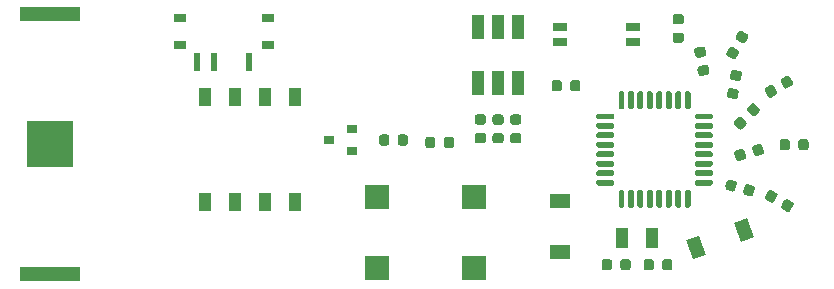
<source format=gbr>
%TF.GenerationSoftware,KiCad,Pcbnew,(5.99.0-1734-g575ad7128)*%
%TF.CreationDate,2020-06-02T15:09:08-04:00*%
%TF.ProjectId,DG376_KiCad,44473337-365f-44b6-9943-61642e6b6963,rev?*%
%TF.SameCoordinates,Original*%
%TF.FileFunction,Paste,Top*%
%TF.FilePolarity,Positive*%
%FSLAX46Y46*%
G04 Gerber Fmt 4.6, Leading zero omitted, Abs format (unit mm)*
G04 Created by KiCad (PCBNEW (5.99.0-1734-g575ad7128)) date 2020-06-02 15:09:08*
%MOMM*%
%LPD*%
G01*
G04 APERTURE LIST*
%ADD10R,1.100000X1.500000*%
%ADD11R,1.250000X0.760000*%
%ADD12R,1.000000X1.800000*%
%ADD13R,1.700000X1.150000*%
%ADD14R,2.000000X2.000000*%
%ADD15R,0.600000X1.500000*%
%ADD16R,1.000000X0.700000*%
%ADD17R,0.900000X0.800000*%
%ADD18R,1.100000X2.000000*%
%ADD19R,4.000000X4.000000*%
%ADD20R,5.080000X1.150000*%
G04 APERTURE END LIST*
D10*
%TO.C,SW3*%
X101060000Y-56050000D03*
X98520000Y-56050000D03*
X95980000Y-56050000D03*
X93440000Y-56050000D03*
X101060000Y-64950000D03*
X98520000Y-64950000D03*
X95980000Y-64950000D03*
X93440000Y-64950000D03*
%TD*%
D11*
%TO.C,SW7*%
X129675000Y-51435000D03*
X129675000Y-50165000D03*
X123525000Y-51435000D03*
X123525000Y-50165000D03*
%TD*%
%TO.C,R7*%
G36*
G01*
X138563134Y-54699815D02*
X138058419Y-54610820D01*
G75*
G02*
X137880978Y-54357407I37986J215427D01*
G01*
X137956950Y-53926554D01*
G75*
G02*
X138210363Y-53749113I215427J-37986D01*
G01*
X138715077Y-53838108D01*
G75*
G02*
X138892518Y-54091521I-37986J-215427D01*
G01*
X138816546Y-54522374D01*
G75*
G02*
X138563133Y-54699815I-215427J37986D01*
G01*
G37*
G36*
G01*
X138289638Y-56250887D02*
X137784923Y-56161892D01*
G75*
G02*
X137607482Y-55908479I37986J215427D01*
G01*
X137683454Y-55477626D01*
G75*
G02*
X137936867Y-55300185I215427J-37986D01*
G01*
X138441581Y-55389180D01*
G75*
G02*
X138619022Y-55642593I-37986J-215427D01*
G01*
X138543050Y-56073446D01*
G75*
G02*
X138289637Y-56250887I-215427J37986D01*
G01*
G37*
%TD*%
%TO.C,R6*%
G36*
G01*
X139735531Y-57626861D02*
X139373138Y-57264469D01*
G75*
G02*
X139373138Y-56955109I154680J154680D01*
G01*
X139682497Y-56645750D01*
G75*
G02*
X139991857Y-56645750I154680J-154680D01*
G01*
X140354250Y-57008143D01*
G75*
G02*
X140354250Y-57317503I-154680J-154680D01*
G01*
X140044891Y-57626862D01*
G75*
G02*
X139735531Y-57626862I-154680J154680D01*
G01*
G37*
G36*
G01*
X138621837Y-58740555D02*
X138259444Y-58378163D01*
G75*
G02*
X138259444Y-58068803I154680J154680D01*
G01*
X138568803Y-57759444D01*
G75*
G02*
X138878163Y-57759444I154680J-154680D01*
G01*
X139240556Y-58121837D01*
G75*
G02*
X139240556Y-58431197I-154680J-154680D01*
G01*
X138931197Y-58740556D01*
G75*
G02*
X138621837Y-58740556I-154680J154680D01*
G01*
G37*
%TD*%
%TO.C,R4*%
G36*
G01*
X139904397Y-60906932D02*
X139771752Y-60411895D01*
G75*
G02*
X139926431Y-60143982I211296J56617D01*
G01*
X140349024Y-60030749D01*
G75*
G02*
X140616937Y-60185428I56617J-211296D01*
G01*
X140749582Y-60680465D01*
G75*
G02*
X140594903Y-60948378I-211296J-56617D01*
G01*
X140172310Y-61061611D01*
G75*
G02*
X139904397Y-60906932I-56617J211296D01*
G01*
G37*
G36*
G01*
X138383063Y-61314572D02*
X138250418Y-60819535D01*
G75*
G02*
X138405097Y-60551622I211296J56617D01*
G01*
X138827690Y-60438389D01*
G75*
G02*
X139095603Y-60593068I56617J-211296D01*
G01*
X139228248Y-61088105D01*
G75*
G02*
X139073569Y-61356018I-211296J-56617D01*
G01*
X138650976Y-61469251D01*
G75*
G02*
X138383063Y-61314572I-56617J211296D01*
G01*
G37*
%TD*%
%TO.C,R3*%
G36*
G01*
X139021752Y-64088105D02*
X139154397Y-63593068D01*
G75*
G02*
X139422310Y-63438389I211296J-56617D01*
G01*
X139844903Y-63551622D01*
G75*
G02*
X139999582Y-63819535I-56617J-211296D01*
G01*
X139866937Y-64314572D01*
G75*
G02*
X139599024Y-64469251I-211296J56617D01*
G01*
X139176431Y-64356018D01*
G75*
G02*
X139021752Y-64088105I56617J211296D01*
G01*
G37*
G36*
G01*
X137500418Y-63680465D02*
X137633063Y-63185428D01*
G75*
G02*
X137900976Y-63030749I211296J-56617D01*
G01*
X138323569Y-63143982D01*
G75*
G02*
X138478248Y-63411895I-56617J-211296D01*
G01*
X138345603Y-63906932D01*
G75*
G02*
X138077690Y-64061611I-211296J56617D01*
G01*
X137655097Y-63948378D01*
G75*
G02*
X137500418Y-63680465I56617J211296D01*
G01*
G37*
%TD*%
%TO.C,C3*%
G36*
G01*
X124350000Y-55356250D02*
X124350000Y-54843750D01*
G75*
G02*
X124568750Y-54625000I218750J0D01*
G01*
X125006250Y-54625000D01*
G75*
G02*
X125225000Y-54843750I0J-218750D01*
G01*
X125225000Y-55356250D01*
G75*
G02*
X125006250Y-55575000I-218750J0D01*
G01*
X124568750Y-55575000D01*
G75*
G02*
X124350000Y-55356250I0J218750D01*
G01*
G37*
G36*
G01*
X122775000Y-55356250D02*
X122775000Y-54843750D01*
G75*
G02*
X122993750Y-54625000I218750J0D01*
G01*
X123431250Y-54625000D01*
G75*
G02*
X123650000Y-54843750I0J-218750D01*
G01*
X123650000Y-55356250D01*
G75*
G02*
X123431250Y-55575000I-218750J0D01*
G01*
X122993750Y-55575000D01*
G75*
G02*
X122775000Y-55356250I0J218750D01*
G01*
G37*
%TD*%
D12*
%TO.C,Y1*%
X128750000Y-68000000D03*
X131250000Y-68000000D03*
%TD*%
%TO.C,U1*%
G36*
G01*
X127950000Y-63550000D02*
X126700000Y-63550000D01*
G75*
G02*
X126575000Y-63425000I0J125000D01*
G01*
X126575000Y-63175000D01*
G75*
G02*
X126700000Y-63050000I125000J0D01*
G01*
X127950000Y-63050000D01*
G75*
G02*
X128075000Y-63175000I0J-125000D01*
G01*
X128075000Y-63425000D01*
G75*
G02*
X127950000Y-63550000I-125000J0D01*
G01*
G37*
G36*
G01*
X127950000Y-62750000D02*
X126700000Y-62750000D01*
G75*
G02*
X126575000Y-62625000I0J125000D01*
G01*
X126575000Y-62375000D01*
G75*
G02*
X126700000Y-62250000I125000J0D01*
G01*
X127950000Y-62250000D01*
G75*
G02*
X128075000Y-62375000I0J-125000D01*
G01*
X128075000Y-62625000D01*
G75*
G02*
X127950000Y-62750000I-125000J0D01*
G01*
G37*
G36*
G01*
X127950000Y-61950000D02*
X126700000Y-61950000D01*
G75*
G02*
X126575000Y-61825000I0J125000D01*
G01*
X126575000Y-61575000D01*
G75*
G02*
X126700000Y-61450000I125000J0D01*
G01*
X127950000Y-61450000D01*
G75*
G02*
X128075000Y-61575000I0J-125000D01*
G01*
X128075000Y-61825000D01*
G75*
G02*
X127950000Y-61950000I-125000J0D01*
G01*
G37*
G36*
G01*
X127950000Y-61150000D02*
X126700000Y-61150000D01*
G75*
G02*
X126575000Y-61025000I0J125000D01*
G01*
X126575000Y-60775000D01*
G75*
G02*
X126700000Y-60650000I125000J0D01*
G01*
X127950000Y-60650000D01*
G75*
G02*
X128075000Y-60775000I0J-125000D01*
G01*
X128075000Y-61025000D01*
G75*
G02*
X127950000Y-61150000I-125000J0D01*
G01*
G37*
G36*
G01*
X127950000Y-60350000D02*
X126700000Y-60350000D01*
G75*
G02*
X126575000Y-60225000I0J125000D01*
G01*
X126575000Y-59975000D01*
G75*
G02*
X126700000Y-59850000I125000J0D01*
G01*
X127950000Y-59850000D01*
G75*
G02*
X128075000Y-59975000I0J-125000D01*
G01*
X128075000Y-60225000D01*
G75*
G02*
X127950000Y-60350000I-125000J0D01*
G01*
G37*
G36*
G01*
X127950000Y-59550000D02*
X126700000Y-59550000D01*
G75*
G02*
X126575000Y-59425000I0J125000D01*
G01*
X126575000Y-59175000D01*
G75*
G02*
X126700000Y-59050000I125000J0D01*
G01*
X127950000Y-59050000D01*
G75*
G02*
X128075000Y-59175000I0J-125000D01*
G01*
X128075000Y-59425000D01*
G75*
G02*
X127950000Y-59550000I-125000J0D01*
G01*
G37*
G36*
G01*
X127950000Y-58750000D02*
X126700000Y-58750000D01*
G75*
G02*
X126575000Y-58625000I0J125000D01*
G01*
X126575000Y-58375000D01*
G75*
G02*
X126700000Y-58250000I125000J0D01*
G01*
X127950000Y-58250000D01*
G75*
G02*
X128075000Y-58375000I0J-125000D01*
G01*
X128075000Y-58625000D01*
G75*
G02*
X127950000Y-58750000I-125000J0D01*
G01*
G37*
G36*
G01*
X127950000Y-57950000D02*
X126700000Y-57950000D01*
G75*
G02*
X126575000Y-57825000I0J125000D01*
G01*
X126575000Y-57575000D01*
G75*
G02*
X126700000Y-57450000I125000J0D01*
G01*
X127950000Y-57450000D01*
G75*
G02*
X128075000Y-57575000I0J-125000D01*
G01*
X128075000Y-57825000D01*
G75*
G02*
X127950000Y-57950000I-125000J0D01*
G01*
G37*
G36*
G01*
X128825000Y-57075000D02*
X128575000Y-57075000D01*
G75*
G02*
X128450000Y-56950000I0J125000D01*
G01*
X128450000Y-55700000D01*
G75*
G02*
X128575000Y-55575000I125000J0D01*
G01*
X128825000Y-55575000D01*
G75*
G02*
X128950000Y-55700000I0J-125000D01*
G01*
X128950000Y-56950000D01*
G75*
G02*
X128825000Y-57075000I-125000J0D01*
G01*
G37*
G36*
G01*
X129625000Y-57075000D02*
X129375000Y-57075000D01*
G75*
G02*
X129250000Y-56950000I0J125000D01*
G01*
X129250000Y-55700000D01*
G75*
G02*
X129375000Y-55575000I125000J0D01*
G01*
X129625000Y-55575000D01*
G75*
G02*
X129750000Y-55700000I0J-125000D01*
G01*
X129750000Y-56950000D01*
G75*
G02*
X129625000Y-57075000I-125000J0D01*
G01*
G37*
G36*
G01*
X130425000Y-57075000D02*
X130175000Y-57075000D01*
G75*
G02*
X130050000Y-56950000I0J125000D01*
G01*
X130050000Y-55700000D01*
G75*
G02*
X130175000Y-55575000I125000J0D01*
G01*
X130425000Y-55575000D01*
G75*
G02*
X130550000Y-55700000I0J-125000D01*
G01*
X130550000Y-56950000D01*
G75*
G02*
X130425000Y-57075000I-125000J0D01*
G01*
G37*
G36*
G01*
X131225000Y-57075000D02*
X130975000Y-57075000D01*
G75*
G02*
X130850000Y-56950000I0J125000D01*
G01*
X130850000Y-55700000D01*
G75*
G02*
X130975000Y-55575000I125000J0D01*
G01*
X131225000Y-55575000D01*
G75*
G02*
X131350000Y-55700000I0J-125000D01*
G01*
X131350000Y-56950000D01*
G75*
G02*
X131225000Y-57075000I-125000J0D01*
G01*
G37*
G36*
G01*
X132025000Y-57075000D02*
X131775000Y-57075000D01*
G75*
G02*
X131650000Y-56950000I0J125000D01*
G01*
X131650000Y-55700000D01*
G75*
G02*
X131775000Y-55575000I125000J0D01*
G01*
X132025000Y-55575000D01*
G75*
G02*
X132150000Y-55700000I0J-125000D01*
G01*
X132150000Y-56950000D01*
G75*
G02*
X132025000Y-57075000I-125000J0D01*
G01*
G37*
G36*
G01*
X132825000Y-57075000D02*
X132575000Y-57075000D01*
G75*
G02*
X132450000Y-56950000I0J125000D01*
G01*
X132450000Y-55700000D01*
G75*
G02*
X132575000Y-55575000I125000J0D01*
G01*
X132825000Y-55575000D01*
G75*
G02*
X132950000Y-55700000I0J-125000D01*
G01*
X132950000Y-56950000D01*
G75*
G02*
X132825000Y-57075000I-125000J0D01*
G01*
G37*
G36*
G01*
X133625000Y-57075000D02*
X133375000Y-57075000D01*
G75*
G02*
X133250000Y-56950000I0J125000D01*
G01*
X133250000Y-55700000D01*
G75*
G02*
X133375000Y-55575000I125000J0D01*
G01*
X133625000Y-55575000D01*
G75*
G02*
X133750000Y-55700000I0J-125000D01*
G01*
X133750000Y-56950000D01*
G75*
G02*
X133625000Y-57075000I-125000J0D01*
G01*
G37*
G36*
G01*
X134425000Y-57075000D02*
X134175000Y-57075000D01*
G75*
G02*
X134050000Y-56950000I0J125000D01*
G01*
X134050000Y-55700000D01*
G75*
G02*
X134175000Y-55575000I125000J0D01*
G01*
X134425000Y-55575000D01*
G75*
G02*
X134550000Y-55700000I0J-125000D01*
G01*
X134550000Y-56950000D01*
G75*
G02*
X134425000Y-57075000I-125000J0D01*
G01*
G37*
G36*
G01*
X136300000Y-57950000D02*
X135050000Y-57950000D01*
G75*
G02*
X134925000Y-57825000I0J125000D01*
G01*
X134925000Y-57575000D01*
G75*
G02*
X135050000Y-57450000I125000J0D01*
G01*
X136300000Y-57450000D01*
G75*
G02*
X136425000Y-57575000I0J-125000D01*
G01*
X136425000Y-57825000D01*
G75*
G02*
X136300000Y-57950000I-125000J0D01*
G01*
G37*
G36*
G01*
X136300000Y-58750000D02*
X135050000Y-58750000D01*
G75*
G02*
X134925000Y-58625000I0J125000D01*
G01*
X134925000Y-58375000D01*
G75*
G02*
X135050000Y-58250000I125000J0D01*
G01*
X136300000Y-58250000D01*
G75*
G02*
X136425000Y-58375000I0J-125000D01*
G01*
X136425000Y-58625000D01*
G75*
G02*
X136300000Y-58750000I-125000J0D01*
G01*
G37*
G36*
G01*
X136300000Y-59550000D02*
X135050000Y-59550000D01*
G75*
G02*
X134925000Y-59425000I0J125000D01*
G01*
X134925000Y-59175000D01*
G75*
G02*
X135050000Y-59050000I125000J0D01*
G01*
X136300000Y-59050000D01*
G75*
G02*
X136425000Y-59175000I0J-125000D01*
G01*
X136425000Y-59425000D01*
G75*
G02*
X136300000Y-59550000I-125000J0D01*
G01*
G37*
G36*
G01*
X136300000Y-60350000D02*
X135050000Y-60350000D01*
G75*
G02*
X134925000Y-60225000I0J125000D01*
G01*
X134925000Y-59975000D01*
G75*
G02*
X135050000Y-59850000I125000J0D01*
G01*
X136300000Y-59850000D01*
G75*
G02*
X136425000Y-59975000I0J-125000D01*
G01*
X136425000Y-60225000D01*
G75*
G02*
X136300000Y-60350000I-125000J0D01*
G01*
G37*
G36*
G01*
X136300000Y-61150000D02*
X135050000Y-61150000D01*
G75*
G02*
X134925000Y-61025000I0J125000D01*
G01*
X134925000Y-60775000D01*
G75*
G02*
X135050000Y-60650000I125000J0D01*
G01*
X136300000Y-60650000D01*
G75*
G02*
X136425000Y-60775000I0J-125000D01*
G01*
X136425000Y-61025000D01*
G75*
G02*
X136300000Y-61150000I-125000J0D01*
G01*
G37*
G36*
G01*
X136300000Y-61950000D02*
X135050000Y-61950000D01*
G75*
G02*
X134925000Y-61825000I0J125000D01*
G01*
X134925000Y-61575000D01*
G75*
G02*
X135050000Y-61450000I125000J0D01*
G01*
X136300000Y-61450000D01*
G75*
G02*
X136425000Y-61575000I0J-125000D01*
G01*
X136425000Y-61825000D01*
G75*
G02*
X136300000Y-61950000I-125000J0D01*
G01*
G37*
G36*
G01*
X136300000Y-62750000D02*
X135050000Y-62750000D01*
G75*
G02*
X134925000Y-62625000I0J125000D01*
G01*
X134925000Y-62375000D01*
G75*
G02*
X135050000Y-62250000I125000J0D01*
G01*
X136300000Y-62250000D01*
G75*
G02*
X136425000Y-62375000I0J-125000D01*
G01*
X136425000Y-62625000D01*
G75*
G02*
X136300000Y-62750000I-125000J0D01*
G01*
G37*
G36*
G01*
X136300000Y-63550000D02*
X135050000Y-63550000D01*
G75*
G02*
X134925000Y-63425000I0J125000D01*
G01*
X134925000Y-63175000D01*
G75*
G02*
X135050000Y-63050000I125000J0D01*
G01*
X136300000Y-63050000D01*
G75*
G02*
X136425000Y-63175000I0J-125000D01*
G01*
X136425000Y-63425000D01*
G75*
G02*
X136300000Y-63550000I-125000J0D01*
G01*
G37*
G36*
G01*
X134425000Y-65425000D02*
X134175000Y-65425000D01*
G75*
G02*
X134050000Y-65300000I0J125000D01*
G01*
X134050000Y-64050000D01*
G75*
G02*
X134175000Y-63925000I125000J0D01*
G01*
X134425000Y-63925000D01*
G75*
G02*
X134550000Y-64050000I0J-125000D01*
G01*
X134550000Y-65300000D01*
G75*
G02*
X134425000Y-65425000I-125000J0D01*
G01*
G37*
G36*
G01*
X133625000Y-65425000D02*
X133375000Y-65425000D01*
G75*
G02*
X133250000Y-65300000I0J125000D01*
G01*
X133250000Y-64050000D01*
G75*
G02*
X133375000Y-63925000I125000J0D01*
G01*
X133625000Y-63925000D01*
G75*
G02*
X133750000Y-64050000I0J-125000D01*
G01*
X133750000Y-65300000D01*
G75*
G02*
X133625000Y-65425000I-125000J0D01*
G01*
G37*
G36*
G01*
X132825000Y-65425000D02*
X132575000Y-65425000D01*
G75*
G02*
X132450000Y-65300000I0J125000D01*
G01*
X132450000Y-64050000D01*
G75*
G02*
X132575000Y-63925000I125000J0D01*
G01*
X132825000Y-63925000D01*
G75*
G02*
X132950000Y-64050000I0J-125000D01*
G01*
X132950000Y-65300000D01*
G75*
G02*
X132825000Y-65425000I-125000J0D01*
G01*
G37*
G36*
G01*
X132025000Y-65425000D02*
X131775000Y-65425000D01*
G75*
G02*
X131650000Y-65300000I0J125000D01*
G01*
X131650000Y-64050000D01*
G75*
G02*
X131775000Y-63925000I125000J0D01*
G01*
X132025000Y-63925000D01*
G75*
G02*
X132150000Y-64050000I0J-125000D01*
G01*
X132150000Y-65300000D01*
G75*
G02*
X132025000Y-65425000I-125000J0D01*
G01*
G37*
G36*
G01*
X131225000Y-65425000D02*
X130975000Y-65425000D01*
G75*
G02*
X130850000Y-65300000I0J125000D01*
G01*
X130850000Y-64050000D01*
G75*
G02*
X130975000Y-63925000I125000J0D01*
G01*
X131225000Y-63925000D01*
G75*
G02*
X131350000Y-64050000I0J-125000D01*
G01*
X131350000Y-65300000D01*
G75*
G02*
X131225000Y-65425000I-125000J0D01*
G01*
G37*
G36*
G01*
X130425000Y-65425000D02*
X130175000Y-65425000D01*
G75*
G02*
X130050000Y-65300000I0J125000D01*
G01*
X130050000Y-64050000D01*
G75*
G02*
X130175000Y-63925000I125000J0D01*
G01*
X130425000Y-63925000D01*
G75*
G02*
X130550000Y-64050000I0J-125000D01*
G01*
X130550000Y-65300000D01*
G75*
G02*
X130425000Y-65425000I-125000J0D01*
G01*
G37*
G36*
G01*
X129625000Y-65425000D02*
X129375000Y-65425000D01*
G75*
G02*
X129250000Y-65300000I0J125000D01*
G01*
X129250000Y-64050000D01*
G75*
G02*
X129375000Y-63925000I125000J0D01*
G01*
X129625000Y-63925000D01*
G75*
G02*
X129750000Y-64050000I0J-125000D01*
G01*
X129750000Y-65300000D01*
G75*
G02*
X129625000Y-65425000I-125000J0D01*
G01*
G37*
G36*
G01*
X128825000Y-65425000D02*
X128575000Y-65425000D01*
G75*
G02*
X128450000Y-65300000I0J125000D01*
G01*
X128450000Y-64050000D01*
G75*
G02*
X128575000Y-63925000I125000J0D01*
G01*
X128825000Y-63925000D01*
G75*
G02*
X128950000Y-64050000I0J-125000D01*
G01*
X128950000Y-65300000D01*
G75*
G02*
X128825000Y-65425000I-125000J0D01*
G01*
G37*
%TD*%
D13*
%TO.C,SW6*%
X123500000Y-69175000D03*
X123500000Y-64825000D03*
%TD*%
%TO.C,SW5*%
G36*
X135249606Y-67804600D02*
G01*
X135831040Y-69402077D01*
X134750394Y-69795400D01*
X134168960Y-68197923D01*
X135249606Y-67804600D01*
G37*
G36*
X139337268Y-66316812D02*
G01*
X139918702Y-67914289D01*
X138838056Y-68307612D01*
X138256622Y-66710135D01*
X139337268Y-66316812D01*
G37*
%TD*%
D14*
%TO.C,SW4*%
X116250000Y-64500000D03*
X116250000Y-70500000D03*
%TD*%
%TO.C,SW2*%
X108000000Y-70500000D03*
X108000000Y-64500000D03*
%TD*%
D15*
%TO.C,SW1*%
X92720000Y-53064000D03*
X94170000Y-53064000D03*
X97170000Y-53064000D03*
D16*
X91350000Y-51650000D03*
X98750000Y-51650000D03*
X91350000Y-49350000D03*
X98750000Y-49350000D03*
%TD*%
%TO.C,R12*%
G36*
G01*
X109750000Y-59956250D02*
X109750000Y-59443750D01*
G75*
G02*
X109968750Y-59225000I218750J0D01*
G01*
X110406250Y-59225000D01*
G75*
G02*
X110625000Y-59443750I0J-218750D01*
G01*
X110625000Y-59956250D01*
G75*
G02*
X110406250Y-60175000I-218750J0D01*
G01*
X109968750Y-60175000D01*
G75*
G02*
X109750000Y-59956250I0J218750D01*
G01*
G37*
G36*
G01*
X108175000Y-59956250D02*
X108175000Y-59443750D01*
G75*
G02*
X108393750Y-59225000I218750J0D01*
G01*
X108831250Y-59225000D01*
G75*
G02*
X109050000Y-59443750I0J-218750D01*
G01*
X109050000Y-59956250D01*
G75*
G02*
X108831250Y-60175000I-218750J0D01*
G01*
X108393750Y-60175000D01*
G75*
G02*
X108175000Y-59956250I0J218750D01*
G01*
G37*
%TD*%
%TO.C,R11*%
G36*
G01*
X112950000Y-59643750D02*
X112950000Y-60156250D01*
G75*
G02*
X112731250Y-60375000I-218750J0D01*
G01*
X112293750Y-60375000D01*
G75*
G02*
X112075000Y-60156250I0J218750D01*
G01*
X112075000Y-59643750D01*
G75*
G02*
X112293750Y-59425000I218750J0D01*
G01*
X112731250Y-59425000D01*
G75*
G02*
X112950000Y-59643750I0J-218750D01*
G01*
G37*
G36*
G01*
X114525000Y-59643750D02*
X114525000Y-60156250D01*
G75*
G02*
X114306250Y-60375000I-218750J0D01*
G01*
X113868750Y-60375000D01*
G75*
G02*
X113650000Y-60156250I0J218750D01*
G01*
X113650000Y-59643750D01*
G75*
G02*
X113868750Y-59425000I218750J0D01*
G01*
X114306250Y-59425000D01*
G75*
G02*
X114525000Y-59643750I0J-218750D01*
G01*
G37*
%TD*%
%TO.C,R10*%
G36*
G01*
X119493750Y-59100000D02*
X120006250Y-59100000D01*
G75*
G02*
X120225000Y-59318750I0J-218750D01*
G01*
X120225000Y-59756250D01*
G75*
G02*
X120006250Y-59975000I-218750J0D01*
G01*
X119493750Y-59975000D01*
G75*
G02*
X119275000Y-59756250I0J218750D01*
G01*
X119275000Y-59318750D01*
G75*
G02*
X119493750Y-59100000I218750J0D01*
G01*
G37*
G36*
G01*
X119493750Y-57525000D02*
X120006250Y-57525000D01*
G75*
G02*
X120225000Y-57743750I0J-218750D01*
G01*
X120225000Y-58181250D01*
G75*
G02*
X120006250Y-58400000I-218750J0D01*
G01*
X119493750Y-58400000D01*
G75*
G02*
X119275000Y-58181250I0J218750D01*
G01*
X119275000Y-57743750D01*
G75*
G02*
X119493750Y-57525000I218750J0D01*
G01*
G37*
%TD*%
%TO.C,R9*%
G36*
G01*
X117993750Y-59100000D02*
X118506250Y-59100000D01*
G75*
G02*
X118725000Y-59318750I0J-218750D01*
G01*
X118725000Y-59756250D01*
G75*
G02*
X118506250Y-59975000I-218750J0D01*
G01*
X117993750Y-59975000D01*
G75*
G02*
X117775000Y-59756250I0J218750D01*
G01*
X117775000Y-59318750D01*
G75*
G02*
X117993750Y-59100000I218750J0D01*
G01*
G37*
G36*
G01*
X117993750Y-57525000D02*
X118506250Y-57525000D01*
G75*
G02*
X118725000Y-57743750I0J-218750D01*
G01*
X118725000Y-58181250D01*
G75*
G02*
X118506250Y-58400000I-218750J0D01*
G01*
X117993750Y-58400000D01*
G75*
G02*
X117775000Y-58181250I0J218750D01*
G01*
X117775000Y-57743750D01*
G75*
G02*
X117993750Y-57525000I218750J0D01*
G01*
G37*
%TD*%
%TO.C,R8*%
G36*
G01*
X116493750Y-59100000D02*
X117006250Y-59100000D01*
G75*
G02*
X117225000Y-59318750I0J-218750D01*
G01*
X117225000Y-59756250D01*
G75*
G02*
X117006250Y-59975000I-218750J0D01*
G01*
X116493750Y-59975000D01*
G75*
G02*
X116275000Y-59756250I0J218750D01*
G01*
X116275000Y-59318750D01*
G75*
G02*
X116493750Y-59100000I218750J0D01*
G01*
G37*
G36*
G01*
X116493750Y-57525000D02*
X117006250Y-57525000D01*
G75*
G02*
X117225000Y-57743750I0J-218750D01*
G01*
X117225000Y-58181250D01*
G75*
G02*
X117006250Y-58400000I-218750J0D01*
G01*
X116493750Y-58400000D01*
G75*
G02*
X116275000Y-58181250I0J218750D01*
G01*
X116275000Y-57743750D01*
G75*
G02*
X116493750Y-57525000I218750J0D01*
G01*
G37*
%TD*%
%TO.C,R5*%
G36*
G01*
X135691580Y-52640820D02*
X135186867Y-52729815D01*
G75*
G02*
X134933454Y-52552374I-37986J215427D01*
G01*
X134857482Y-52121521D01*
G75*
G02*
X135034923Y-51868108I215427J37986D01*
G01*
X135539637Y-51779113D01*
G75*
G02*
X135793050Y-51956554I37986J-215427D01*
G01*
X135869022Y-52387407D01*
G75*
G02*
X135691581Y-52640820I-215427J-37986D01*
G01*
G37*
G36*
G01*
X135965076Y-54191892D02*
X135460363Y-54280887D01*
G75*
G02*
X135206950Y-54103446I-37986J215427D01*
G01*
X135130978Y-53672593D01*
G75*
G02*
X135308419Y-53419180I215427J37986D01*
G01*
X135813133Y-53330185D01*
G75*
G02*
X136066546Y-53507626I37986J-215427D01*
G01*
X136142518Y-53938479D01*
G75*
G02*
X135965077Y-54191892I-215427J-37986D01*
G01*
G37*
%TD*%
D17*
%TO.C,Q1*%
X103900000Y-59700000D03*
X105900000Y-58750000D03*
X105900000Y-60650000D03*
%TD*%
%TO.C,D6*%
G36*
G01*
X141893021Y-64459331D02*
X141636771Y-64903169D01*
G75*
G02*
X141337953Y-64983237I-189443J109375D01*
G01*
X140959067Y-64764487D01*
G75*
G02*
X140878999Y-64465669I109375J189443D01*
G01*
X141135249Y-64021831D01*
G75*
G02*
X141434067Y-63941763I189443J-109375D01*
G01*
X141812953Y-64160513D01*
G75*
G02*
X141893021Y-64459331I-109375J-189443D01*
G01*
G37*
G36*
G01*
X143257011Y-65246831D02*
X143000761Y-65690669D01*
G75*
G02*
X142701943Y-65770737I-189443J109375D01*
G01*
X142323057Y-65551987D01*
G75*
G02*
X142242989Y-65253169I109375J189443D01*
G01*
X142499239Y-64809331D01*
G75*
G02*
X142798057Y-64729263I189443J-109375D01*
G01*
X143176943Y-64948013D01*
G75*
G02*
X143257011Y-65246831I-109375J-189443D01*
G01*
G37*
%TD*%
%TO.C,D5*%
G36*
G01*
X133243750Y-50600000D02*
X133756250Y-50600000D01*
G75*
G02*
X133975000Y-50818750I0J-218750D01*
G01*
X133975000Y-51256250D01*
G75*
G02*
X133756250Y-51475000I-218750J0D01*
G01*
X133243750Y-51475000D01*
G75*
G02*
X133025000Y-51256250I0J218750D01*
G01*
X133025000Y-50818750D01*
G75*
G02*
X133243750Y-50600000I218750J0D01*
G01*
G37*
G36*
G01*
X133243750Y-49025000D02*
X133756250Y-49025000D01*
G75*
G02*
X133975000Y-49243750I0J-218750D01*
G01*
X133975000Y-49681250D01*
G75*
G02*
X133756250Y-49900000I-218750J0D01*
G01*
X133243750Y-49900000D01*
G75*
G02*
X133025000Y-49681250I0J218750D01*
G01*
X133025000Y-49243750D01*
G75*
G02*
X133243750Y-49025000I218750J0D01*
G01*
G37*
%TD*%
%TO.C,D4*%
G36*
G01*
X138109331Y-51831979D02*
X138553169Y-52088229D01*
G75*
G02*
X138633237Y-52387047I-109375J-189443D01*
G01*
X138414487Y-52765933D01*
G75*
G02*
X138115669Y-52846001I-189443J109375D01*
G01*
X137671831Y-52589751D01*
G75*
G02*
X137591763Y-52290933I109375J189443D01*
G01*
X137810513Y-51912047D01*
G75*
G02*
X138109331Y-51831979I189443J-109375D01*
G01*
G37*
G36*
G01*
X138896831Y-50467989D02*
X139340669Y-50724239D01*
G75*
G02*
X139420737Y-51023057I-109375J-189443D01*
G01*
X139201987Y-51401943D01*
G75*
G02*
X138903169Y-51482011I-189443J109375D01*
G01*
X138459331Y-51225761D01*
G75*
G02*
X138379263Y-50926943I109375J189443D01*
G01*
X138598013Y-50548057D01*
G75*
G02*
X138896831Y-50467989I189443J-109375D01*
G01*
G37*
%TD*%
%TO.C,D3*%
G36*
G01*
X141586771Y-55146831D02*
X141843021Y-55590669D01*
G75*
G02*
X141762953Y-55889487I-189443J-109375D01*
G01*
X141384067Y-56108237D01*
G75*
G02*
X141085249Y-56028169I-109375J189443D01*
G01*
X140828999Y-55584331D01*
G75*
G02*
X140909067Y-55285513I189443J109375D01*
G01*
X141287953Y-55066763D01*
G75*
G02*
X141586771Y-55146831I109375J-189443D01*
G01*
G37*
G36*
G01*
X142950761Y-54359331D02*
X143207011Y-54803169D01*
G75*
G02*
X143126943Y-55101987I-189443J-109375D01*
G01*
X142748057Y-55320737D01*
G75*
G02*
X142449239Y-55240669I-109375J189443D01*
G01*
X142192989Y-54796831D01*
G75*
G02*
X142273057Y-54498013I189443J109375D01*
G01*
X142651943Y-54279263D01*
G75*
G02*
X142950761Y-54359331I109375J-189443D01*
G01*
G37*
%TD*%
%TO.C,D2*%
G36*
G01*
X142962500Y-59843750D02*
X142962500Y-60356250D01*
G75*
G02*
X142743750Y-60575000I-218750J0D01*
G01*
X142306250Y-60575000D01*
G75*
G02*
X142087500Y-60356250I0J218750D01*
G01*
X142087500Y-59843750D01*
G75*
G02*
X142306250Y-59625000I218750J0D01*
G01*
X142743750Y-59625000D01*
G75*
G02*
X142962500Y-59843750I0J-218750D01*
G01*
G37*
G36*
G01*
X144537500Y-59843750D02*
X144537500Y-60356250D01*
G75*
G02*
X144318750Y-60575000I-218750J0D01*
G01*
X143881250Y-60575000D01*
G75*
G02*
X143662500Y-60356250I0J218750D01*
G01*
X143662500Y-59843750D01*
G75*
G02*
X143881250Y-59625000I218750J0D01*
G01*
X144318750Y-59625000D01*
G75*
G02*
X144537500Y-59843750I0J-218750D01*
G01*
G37*
%TD*%
D18*
%TO.C,D1*%
X119950000Y-54900000D03*
X118250000Y-54900000D03*
X116550000Y-54900000D03*
X116550000Y-50100000D03*
X118250000Y-50100000D03*
X119950000Y-50100000D03*
%TD*%
%TO.C,C2*%
G36*
G01*
X131437500Y-69993750D02*
X131437500Y-70506250D01*
G75*
G02*
X131218750Y-70725000I-218750J0D01*
G01*
X130781250Y-70725000D01*
G75*
G02*
X130562500Y-70506250I0J218750D01*
G01*
X130562500Y-69993750D01*
G75*
G02*
X130781250Y-69775000I218750J0D01*
G01*
X131218750Y-69775000D01*
G75*
G02*
X131437500Y-69993750I0J-218750D01*
G01*
G37*
G36*
G01*
X133012500Y-69993750D02*
X133012500Y-70506250D01*
G75*
G02*
X132793750Y-70725000I-218750J0D01*
G01*
X132356250Y-70725000D01*
G75*
G02*
X132137500Y-70506250I0J218750D01*
G01*
X132137500Y-69993750D01*
G75*
G02*
X132356250Y-69775000I218750J0D01*
G01*
X132793750Y-69775000D01*
G75*
G02*
X133012500Y-69993750I0J-218750D01*
G01*
G37*
%TD*%
%TO.C,C1*%
G36*
G01*
X128600000Y-70506250D02*
X128600000Y-69993750D01*
G75*
G02*
X128818750Y-69775000I218750J0D01*
G01*
X129256250Y-69775000D01*
G75*
G02*
X129475000Y-69993750I0J-218750D01*
G01*
X129475000Y-70506250D01*
G75*
G02*
X129256250Y-70725000I-218750J0D01*
G01*
X128818750Y-70725000D01*
G75*
G02*
X128600000Y-70506250I0J218750D01*
G01*
G37*
G36*
G01*
X127025000Y-70506250D02*
X127025000Y-69993750D01*
G75*
G02*
X127243750Y-69775000I218750J0D01*
G01*
X127681250Y-69775000D01*
G75*
G02*
X127900000Y-69993750I0J-218750D01*
G01*
X127900000Y-70506250D01*
G75*
G02*
X127681250Y-70725000I-218750J0D01*
G01*
X127243750Y-70725000D01*
G75*
G02*
X127025000Y-70506250I0J218750D01*
G01*
G37*
%TD*%
D19*
%TO.C,BT1*%
X80300000Y-60000000D03*
D20*
X80300000Y-71000000D03*
X80300000Y-49000000D03*
%TD*%
M02*

</source>
